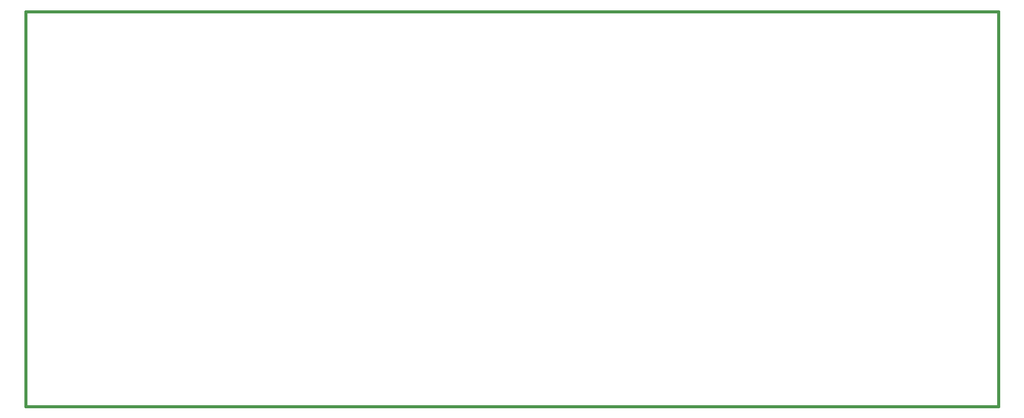
<source format=gbo>
G75*
%MOIN*%
%OFA0B0*%
%FSLAX25Y25*%
%IPPOS*%
%LPD*%
%AMOC8*
5,1,8,0,0,1.08239X$1,22.5*
%
%ADD10C,0.01600*%
D10*
X0001984Y0001984D02*
X0001984Y0218520D01*
X0533480Y0218520D01*
X0533480Y0001984D01*
X0001984Y0001984D01*
M02*

</source>
